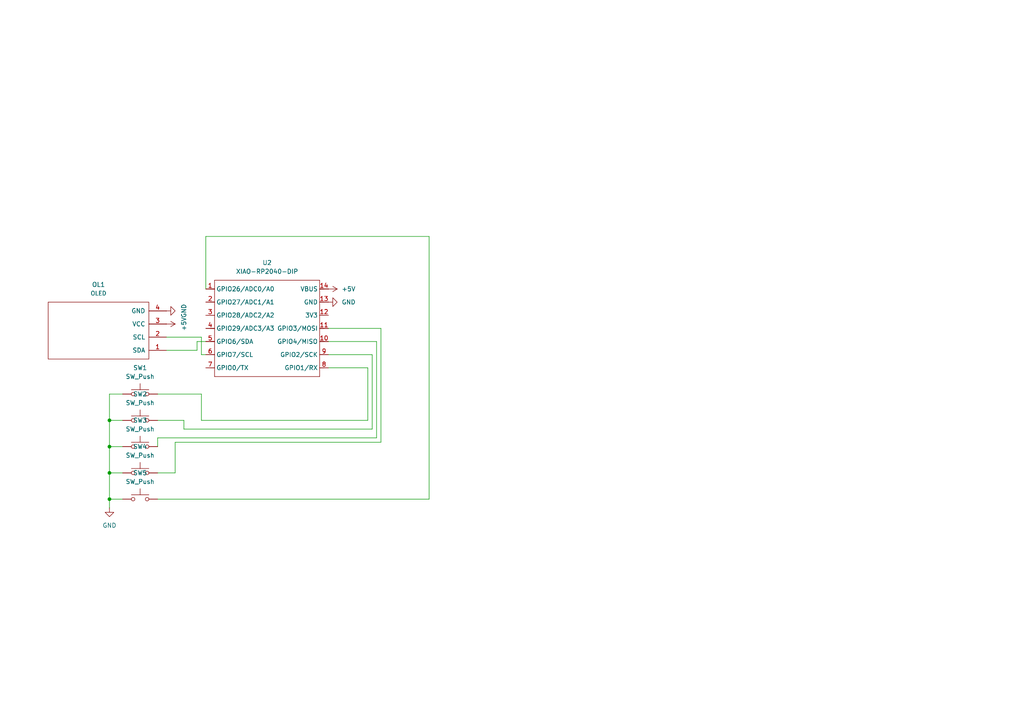
<source format=kicad_sch>
(kicad_sch
	(version 20250114)
	(generator "eeschema")
	(generator_version "9.0")
	(uuid "8e97a431-9eb8-417a-983d-863cc072c9ce")
	(paper "A4")
	(lib_symbols
		(symbol "OLED:OLED"
			(pin_names
				(offset 1.016)
			)
			(exclude_from_sim no)
			(in_bom yes)
			(on_board yes)
			(property "Reference" "OL"
				(at 0 2.54 0)
				(effects
					(font
						(size 1.2954 1.2954)
					)
				)
			)
			(property "Value" "OLED"
				(at 0 -1.27 0)
				(effects
					(font
						(size 1.1938 1.1938)
					)
				)
			)
			(property "Footprint" ""
				(at 0 2.54 0)
				(effects
					(font
						(size 1.524 1.524)
					)
					(hide yes)
				)
			)
			(property "Datasheet" ""
				(at 0 2.54 0)
				(effects
					(font
						(size 1.524 1.524)
					)
					(hide yes)
				)
			)
			(property "Description" ""
				(at 0 0 0)
				(effects
					(font
						(size 1.27 1.27)
					)
					(hide yes)
				)
			)
			(symbol "OLED_0_1"
				(rectangle
					(start -13.97 8.89)
					(end 15.24 -7.62)
					(stroke
						(width 0)
						(type solid)
					)
					(fill
						(type none)
					)
				)
			)
			(symbol "OLED_1_1"
				(pin bidirectional line
					(at -19.05 6.35 0)
					(length 5.08)
					(name "SDA"
						(effects
							(font
								(size 1.27 1.27)
							)
						)
					)
					(number "1"
						(effects
							(font
								(size 1.27 1.27)
							)
						)
					)
				)
				(pin bidirectional line
					(at -19.05 2.54 0)
					(length 5.08)
					(name "SCL"
						(effects
							(font
								(size 1.27 1.27)
							)
						)
					)
					(number "2"
						(effects
							(font
								(size 1.27 1.27)
							)
						)
					)
				)
				(pin power_in line
					(at -19.05 -1.27 0)
					(length 5.08)
					(name "VCC"
						(effects
							(font
								(size 1.27 1.27)
							)
						)
					)
					(number "3"
						(effects
							(font
								(size 1.27 1.27)
							)
						)
					)
				)
				(pin power_in line
					(at -19.05 -5.08 0)
					(length 5.08)
					(name "GND"
						(effects
							(font
								(size 1.27 1.27)
							)
						)
					)
					(number "4"
						(effects
							(font
								(size 1.27 1.27)
							)
						)
					)
				)
			)
			(embedded_fonts no)
		)
		(symbol "Seeed_Studio_XIAO_Series:XIAO-RP2040-DIP"
			(exclude_from_sim no)
			(in_bom yes)
			(on_board yes)
			(property "Reference" "U"
				(at 0 0 0)
				(effects
					(font
						(size 1.27 1.27)
					)
				)
			)
			(property "Value" "XIAO-RP2040-DIP"
				(at 5.334 -1.778 0)
				(effects
					(font
						(size 1.27 1.27)
					)
				)
			)
			(property "Footprint" "Module:MOUDLE14P-XIAO-DIP-SMD"
				(at 14.478 -32.258 0)
				(effects
					(font
						(size 1.27 1.27)
					)
					(hide yes)
				)
			)
			(property "Datasheet" ""
				(at 0 0 0)
				(effects
					(font
						(size 1.27 1.27)
					)
					(hide yes)
				)
			)
			(property "Description" ""
				(at 0 0 0)
				(effects
					(font
						(size 1.27 1.27)
					)
					(hide yes)
				)
			)
			(symbol "XIAO-RP2040-DIP_1_0"
				(polyline
					(pts
						(xy -1.27 -2.54) (xy 29.21 -2.54)
					)
					(stroke
						(width 0.1524)
						(type solid)
					)
					(fill
						(type none)
					)
				)
				(polyline
					(pts
						(xy -1.27 -5.08) (xy -2.54 -5.08)
					)
					(stroke
						(width 0.1524)
						(type solid)
					)
					(fill
						(type none)
					)
				)
				(polyline
					(pts
						(xy -1.27 -5.08) (xy -1.27 -2.54)
					)
					(stroke
						(width 0.1524)
						(type solid)
					)
					(fill
						(type none)
					)
				)
				(polyline
					(pts
						(xy -1.27 -8.89) (xy -2.54 -8.89)
					)
					(stroke
						(width 0.1524)
						(type solid)
					)
					(fill
						(type none)
					)
				)
				(polyline
					(pts
						(xy -1.27 -8.89) (xy -1.27 -5.08)
					)
					(stroke
						(width 0.1524)
						(type solid)
					)
					(fill
						(type none)
					)
				)
				(polyline
					(pts
						(xy -1.27 -12.7) (xy -2.54 -12.7)
					)
					(stroke
						(width 0.1524)
						(type solid)
					)
					(fill
						(type none)
					)
				)
				(polyline
					(pts
						(xy -1.27 -12.7) (xy -1.27 -8.89)
					)
					(stroke
						(width 0.1524)
						(type solid)
					)
					(fill
						(type none)
					)
				)
				(polyline
					(pts
						(xy -1.27 -16.51) (xy -2.54 -16.51)
					)
					(stroke
						(width 0.1524)
						(type solid)
					)
					(fill
						(type none)
					)
				)
				(polyline
					(pts
						(xy -1.27 -16.51) (xy -1.27 -12.7)
					)
					(stroke
						(width 0.1524)
						(type solid)
					)
					(fill
						(type none)
					)
				)
				(polyline
					(pts
						(xy -1.27 -20.32) (xy -2.54 -20.32)
					)
					(stroke
						(width 0.1524)
						(type solid)
					)
					(fill
						(type none)
					)
				)
				(polyline
					(pts
						(xy -1.27 -24.13) (xy -2.54 -24.13)
					)
					(stroke
						(width 0.1524)
						(type solid)
					)
					(fill
						(type none)
					)
				)
				(polyline
					(pts
						(xy -1.27 -27.94) (xy -2.54 -27.94)
					)
					(stroke
						(width 0.1524)
						(type solid)
					)
					(fill
						(type none)
					)
				)
				(polyline
					(pts
						(xy -1.27 -30.48) (xy -1.27 -16.51)
					)
					(stroke
						(width 0.1524)
						(type solid)
					)
					(fill
						(type none)
					)
				)
				(polyline
					(pts
						(xy 29.21 -2.54) (xy 29.21 -5.08)
					)
					(stroke
						(width 0.1524)
						(type solid)
					)
					(fill
						(type none)
					)
				)
				(polyline
					(pts
						(xy 29.21 -5.08) (xy 29.21 -8.89)
					)
					(stroke
						(width 0.1524)
						(type solid)
					)
					(fill
						(type none)
					)
				)
				(polyline
					(pts
						(xy 29.21 -8.89) (xy 29.21 -12.7)
					)
					(stroke
						(width 0.1524)
						(type solid)
					)
					(fill
						(type none)
					)
				)
				(polyline
					(pts
						(xy 29.21 -12.7) (xy 29.21 -30.48)
					)
					(stroke
						(width 0.1524)
						(type solid)
					)
					(fill
						(type none)
					)
				)
				(polyline
					(pts
						(xy 29.21 -30.48) (xy -1.27 -30.48)
					)
					(stroke
						(width 0.1524)
						(type solid)
					)
					(fill
						(type none)
					)
				)
				(polyline
					(pts
						(xy 30.48 -5.08) (xy 29.21 -5.08)
					)
					(stroke
						(width 0.1524)
						(type solid)
					)
					(fill
						(type none)
					)
				)
				(polyline
					(pts
						(xy 30.48 -8.89) (xy 29.21 -8.89)
					)
					(stroke
						(width 0.1524)
						(type solid)
					)
					(fill
						(type none)
					)
				)
				(polyline
					(pts
						(xy 30.48 -12.7) (xy 29.21 -12.7)
					)
					(stroke
						(width 0.1524)
						(type solid)
					)
					(fill
						(type none)
					)
				)
				(polyline
					(pts
						(xy 30.48 -16.51) (xy 29.21 -16.51)
					)
					(stroke
						(width 0.1524)
						(type solid)
					)
					(fill
						(type none)
					)
				)
				(polyline
					(pts
						(xy 30.48 -20.32) (xy 29.21 -20.32)
					)
					(stroke
						(width 0.1524)
						(type solid)
					)
					(fill
						(type none)
					)
				)
				(polyline
					(pts
						(xy 30.48 -24.13) (xy 29.21 -24.13)
					)
					(stroke
						(width 0.1524)
						(type solid)
					)
					(fill
						(type none)
					)
				)
				(polyline
					(pts
						(xy 30.48 -27.94) (xy 29.21 -27.94)
					)
					(stroke
						(width 0.1524)
						(type solid)
					)
					(fill
						(type none)
					)
				)
				(pin passive line
					(at -3.81 -5.08 0)
					(length 2.54)
					(name "GPIO26/ADC0/A0"
						(effects
							(font
								(size 1.27 1.27)
							)
						)
					)
					(number "1"
						(effects
							(font
								(size 1.27 1.27)
							)
						)
					)
				)
				(pin passive line
					(at -3.81 -8.89 0)
					(length 2.54)
					(name "GPIO27/ADC1/A1"
						(effects
							(font
								(size 1.27 1.27)
							)
						)
					)
					(number "2"
						(effects
							(font
								(size 1.27 1.27)
							)
						)
					)
				)
				(pin passive line
					(at -3.81 -12.7 0)
					(length 2.54)
					(name "GPIO28/ADC2/A2"
						(effects
							(font
								(size 1.27 1.27)
							)
						)
					)
					(number "3"
						(effects
							(font
								(size 1.27 1.27)
							)
						)
					)
				)
				(pin passive line
					(at -3.81 -16.51 0)
					(length 2.54)
					(name "GPIO29/ADC3/A3"
						(effects
							(font
								(size 1.27 1.27)
							)
						)
					)
					(number "4"
						(effects
							(font
								(size 1.27 1.27)
							)
						)
					)
				)
				(pin passive line
					(at -3.81 -20.32 0)
					(length 2.54)
					(name "GPIO6/SDA"
						(effects
							(font
								(size 1.27 1.27)
							)
						)
					)
					(number "5"
						(effects
							(font
								(size 1.27 1.27)
							)
						)
					)
				)
				(pin passive line
					(at -3.81 -24.13 0)
					(length 2.54)
					(name "GPIO7/SCL"
						(effects
							(font
								(size 1.27 1.27)
							)
						)
					)
					(number "6"
						(effects
							(font
								(size 1.27 1.27)
							)
						)
					)
				)
				(pin passive line
					(at -3.81 -27.94 0)
					(length 2.54)
					(name "GPIO0/TX"
						(effects
							(font
								(size 1.27 1.27)
							)
						)
					)
					(number "7"
						(effects
							(font
								(size 1.27 1.27)
							)
						)
					)
				)
				(pin passive line
					(at 31.75 -5.08 180)
					(length 2.54)
					(name "VBUS"
						(effects
							(font
								(size 1.27 1.27)
							)
						)
					)
					(number "14"
						(effects
							(font
								(size 1.27 1.27)
							)
						)
					)
				)
				(pin passive line
					(at 31.75 -8.89 180)
					(length 2.54)
					(name "GND"
						(effects
							(font
								(size 1.27 1.27)
							)
						)
					)
					(number "13"
						(effects
							(font
								(size 1.27 1.27)
							)
						)
					)
				)
				(pin passive line
					(at 31.75 -12.7 180)
					(length 2.54)
					(name "3V3"
						(effects
							(font
								(size 1.27 1.27)
							)
						)
					)
					(number "12"
						(effects
							(font
								(size 1.27 1.27)
							)
						)
					)
				)
				(pin passive line
					(at 31.75 -16.51 180)
					(length 2.54)
					(name "GPIO3/MOSI"
						(effects
							(font
								(size 1.27 1.27)
							)
						)
					)
					(number "11"
						(effects
							(font
								(size 1.27 1.27)
							)
						)
					)
				)
				(pin passive line
					(at 31.75 -20.32 180)
					(length 2.54)
					(name "GPIO4/MISO"
						(effects
							(font
								(size 1.27 1.27)
							)
						)
					)
					(number "10"
						(effects
							(font
								(size 1.27 1.27)
							)
						)
					)
				)
				(pin passive line
					(at 31.75 -24.13 180)
					(length 2.54)
					(name "GPIO2/SCK"
						(effects
							(font
								(size 1.27 1.27)
							)
						)
					)
					(number "9"
						(effects
							(font
								(size 1.27 1.27)
							)
						)
					)
				)
				(pin passive line
					(at 31.75 -27.94 180)
					(length 2.54)
					(name "GPIO1/RX"
						(effects
							(font
								(size 1.27 1.27)
							)
						)
					)
					(number "8"
						(effects
							(font
								(size 1.27 1.27)
							)
						)
					)
				)
			)
			(embedded_fonts no)
		)
		(symbol "Switch:SW_Push"
			(pin_numbers
				(hide yes)
			)
			(pin_names
				(offset 1.016)
				(hide yes)
			)
			(exclude_from_sim no)
			(in_bom yes)
			(on_board yes)
			(property "Reference" "SW"
				(at 1.27 2.54 0)
				(effects
					(font
						(size 1.27 1.27)
					)
					(justify left)
				)
			)
			(property "Value" "SW_Push"
				(at 0 -1.524 0)
				(effects
					(font
						(size 1.27 1.27)
					)
				)
			)
			(property "Footprint" ""
				(at 0 5.08 0)
				(effects
					(font
						(size 1.27 1.27)
					)
					(hide yes)
				)
			)
			(property "Datasheet" "~"
				(at 0 5.08 0)
				(effects
					(font
						(size 1.27 1.27)
					)
					(hide yes)
				)
			)
			(property "Description" "Push button switch, generic, two pins"
				(at 0 0 0)
				(effects
					(font
						(size 1.27 1.27)
					)
					(hide yes)
				)
			)
			(property "ki_keywords" "switch normally-open pushbutton push-button"
				(at 0 0 0)
				(effects
					(font
						(size 1.27 1.27)
					)
					(hide yes)
				)
			)
			(symbol "SW_Push_0_1"
				(circle
					(center -2.032 0)
					(radius 0.508)
					(stroke
						(width 0)
						(type default)
					)
					(fill
						(type none)
					)
				)
				(polyline
					(pts
						(xy 0 1.27) (xy 0 3.048)
					)
					(stroke
						(width 0)
						(type default)
					)
					(fill
						(type none)
					)
				)
				(circle
					(center 2.032 0)
					(radius 0.508)
					(stroke
						(width 0)
						(type default)
					)
					(fill
						(type none)
					)
				)
				(polyline
					(pts
						(xy 2.54 1.27) (xy -2.54 1.27)
					)
					(stroke
						(width 0)
						(type default)
					)
					(fill
						(type none)
					)
				)
				(pin passive line
					(at -5.08 0 0)
					(length 2.54)
					(name "1"
						(effects
							(font
								(size 1.27 1.27)
							)
						)
					)
					(number "1"
						(effects
							(font
								(size 1.27 1.27)
							)
						)
					)
				)
				(pin passive line
					(at 5.08 0 180)
					(length 2.54)
					(name "2"
						(effects
							(font
								(size 1.27 1.27)
							)
						)
					)
					(number "2"
						(effects
							(font
								(size 1.27 1.27)
							)
						)
					)
				)
			)
			(embedded_fonts no)
		)
		(symbol "power:+5V"
			(power)
			(pin_numbers
				(hide yes)
			)
			(pin_names
				(offset 0)
				(hide yes)
			)
			(exclude_from_sim no)
			(in_bom yes)
			(on_board yes)
			(property "Reference" "#PWR"
				(at 0 -3.81 0)
				(effects
					(font
						(size 1.27 1.27)
					)
					(hide yes)
				)
			)
			(property "Value" "+5V"
				(at 0 3.556 0)
				(effects
					(font
						(size 1.27 1.27)
					)
				)
			)
			(property "Footprint" ""
				(at 0 0 0)
				(effects
					(font
						(size 1.27 1.27)
					)
					(hide yes)
				)
			)
			(property "Datasheet" ""
				(at 0 0 0)
				(effects
					(font
						(size 1.27 1.27)
					)
					(hide yes)
				)
			)
			(property "Description" "Power symbol creates a global label with name \"+5V\""
				(at 0 0 0)
				(effects
					(font
						(size 1.27 1.27)
					)
					(hide yes)
				)
			)
			(property "ki_keywords" "global power"
				(at 0 0 0)
				(effects
					(font
						(size 1.27 1.27)
					)
					(hide yes)
				)
			)
			(symbol "+5V_0_1"
				(polyline
					(pts
						(xy -0.762 1.27) (xy 0 2.54)
					)
					(stroke
						(width 0)
						(type default)
					)
					(fill
						(type none)
					)
				)
				(polyline
					(pts
						(xy 0 2.54) (xy 0.762 1.27)
					)
					(stroke
						(width 0)
						(type default)
					)
					(fill
						(type none)
					)
				)
				(polyline
					(pts
						(xy 0 0) (xy 0 2.54)
					)
					(stroke
						(width 0)
						(type default)
					)
					(fill
						(type none)
					)
				)
			)
			(symbol "+5V_1_1"
				(pin power_in line
					(at 0 0 90)
					(length 0)
					(name "~"
						(effects
							(font
								(size 1.27 1.27)
							)
						)
					)
					(number "1"
						(effects
							(font
								(size 1.27 1.27)
							)
						)
					)
				)
			)
			(embedded_fonts no)
		)
		(symbol "power:GND"
			(power)
			(pin_numbers
				(hide yes)
			)
			(pin_names
				(offset 0)
				(hide yes)
			)
			(exclude_from_sim no)
			(in_bom yes)
			(on_board yes)
			(property "Reference" "#PWR"
				(at 0 -6.35 0)
				(effects
					(font
						(size 1.27 1.27)
					)
					(hide yes)
				)
			)
			(property "Value" "GND"
				(at 0 -3.81 0)
				(effects
					(font
						(size 1.27 1.27)
					)
				)
			)
			(property "Footprint" ""
				(at 0 0 0)
				(effects
					(font
						(size 1.27 1.27)
					)
					(hide yes)
				)
			)
			(property "Datasheet" ""
				(at 0 0 0)
				(effects
					(font
						(size 1.27 1.27)
					)
					(hide yes)
				)
			)
			(property "Description" "Power symbol creates a global label with name \"GND\" , ground"
				(at 0 0 0)
				(effects
					(font
						(size 1.27 1.27)
					)
					(hide yes)
				)
			)
			(property "ki_keywords" "global power"
				(at 0 0 0)
				(effects
					(font
						(size 1.27 1.27)
					)
					(hide yes)
				)
			)
			(symbol "GND_0_1"
				(polyline
					(pts
						(xy 0 0) (xy 0 -1.27) (xy 1.27 -1.27) (xy 0 -2.54) (xy -1.27 -1.27) (xy 0 -1.27)
					)
					(stroke
						(width 0)
						(type default)
					)
					(fill
						(type none)
					)
				)
			)
			(symbol "GND_1_1"
				(pin power_in line
					(at 0 0 270)
					(length 0)
					(name "~"
						(effects
							(font
								(size 1.27 1.27)
							)
						)
					)
					(number "1"
						(effects
							(font
								(size 1.27 1.27)
							)
						)
					)
				)
			)
			(embedded_fonts no)
		)
	)
	(junction
		(at 31.75 129.54)
		(diameter 0)
		(color 0 0 0 0)
		(uuid "0d994793-9a9e-4d10-baa8-28ac1885625f")
	)
	(junction
		(at 31.75 137.16)
		(diameter 0)
		(color 0 0 0 0)
		(uuid "173dbda8-a7d9-45fb-8627-1c4ec0f37f90")
	)
	(junction
		(at 31.75 144.78)
		(diameter 0)
		(color 0 0 0 0)
		(uuid "811c43bc-15fc-4647-bfce-6bb93d08a25e")
	)
	(junction
		(at 31.75 121.92)
		(diameter 0)
		(color 0 0 0 0)
		(uuid "c58da3d1-6ee3-4f67-8730-3e6935eabbae")
	)
	(wire
		(pts
			(xy 31.75 137.16) (xy 35.56 137.16)
		)
		(stroke
			(width 0)
			(type default)
		)
		(uuid "00e9d081-7370-408b-b4ae-d75fe5878a40")
	)
	(wire
		(pts
			(xy 31.75 121.92) (xy 31.75 114.3)
		)
		(stroke
			(width 0)
			(type default)
		)
		(uuid "0c575232-12d5-4a0e-9621-a2734b2e40a3")
	)
	(wire
		(pts
			(xy 58.42 97.79) (xy 58.42 102.87)
		)
		(stroke
			(width 0)
			(type default)
		)
		(uuid "1ff2f541-4da3-4ec7-9430-89cc64b52a8b")
	)
	(wire
		(pts
			(xy 58.42 102.87) (xy 59.69 102.87)
		)
		(stroke
			(width 0)
			(type default)
		)
		(uuid "2502078f-2eac-49c8-8f40-84a2d0cce22e")
	)
	(wire
		(pts
			(xy 31.75 144.78) (xy 31.75 147.32)
		)
		(stroke
			(width 0)
			(type default)
		)
		(uuid "445ac04d-efe0-4ce1-86bc-68d44fcff155")
	)
	(wire
		(pts
			(xy 48.26 101.6) (xy 57.15 101.6)
		)
		(stroke
			(width 0)
			(type default)
		)
		(uuid "45a174f6-15be-46ce-9c1e-058d515f0579")
	)
	(wire
		(pts
			(xy 50.8 137.16) (xy 50.8 128.27)
		)
		(stroke
			(width 0)
			(type default)
		)
		(uuid "49b80b17-4b3e-45df-aaeb-334bc322eeff")
	)
	(wire
		(pts
			(xy 58.42 114.3) (xy 58.42 121.92)
		)
		(stroke
			(width 0)
			(type default)
		)
		(uuid "54bef1bf-e7c3-4dbe-a0a9-a1babdc74338")
	)
	(wire
		(pts
			(xy 31.75 121.92) (xy 31.75 129.54)
		)
		(stroke
			(width 0)
			(type default)
		)
		(uuid "55d318fa-4435-4791-bec1-1ce470ddacaa")
	)
	(wire
		(pts
			(xy 45.72 121.92) (xy 53.34 121.92)
		)
		(stroke
			(width 0)
			(type default)
		)
		(uuid "5901283c-f6dc-4f51-abce-f2d757412d6d")
	)
	(wire
		(pts
			(xy 48.26 97.79) (xy 58.42 97.79)
		)
		(stroke
			(width 0)
			(type default)
		)
		(uuid "6153f5d8-e76e-4359-96cb-0bca98c86c39")
	)
	(wire
		(pts
			(xy 124.46 68.58) (xy 59.69 68.58)
		)
		(stroke
			(width 0)
			(type default)
		)
		(uuid "65fb61e9-18c2-40ac-8306-92bbbed8b3ab")
	)
	(wire
		(pts
			(xy 31.75 114.3) (xy 35.56 114.3)
		)
		(stroke
			(width 0)
			(type default)
		)
		(uuid "6937b2fc-5d02-4266-bae0-c1376e121df0")
	)
	(wire
		(pts
			(xy 53.34 124.46) (xy 107.95 124.46)
		)
		(stroke
			(width 0)
			(type default)
		)
		(uuid "6d424bfe-66ce-4092-ac48-3f38534e0a88")
	)
	(wire
		(pts
			(xy 31.75 129.54) (xy 31.75 137.16)
		)
		(stroke
			(width 0)
			(type default)
		)
		(uuid "6d45782b-cc72-4c0d-a3b3-6a08535b5773")
	)
	(wire
		(pts
			(xy 35.56 129.54) (xy 31.75 129.54)
		)
		(stroke
			(width 0)
			(type default)
		)
		(uuid "74961528-04ea-4f10-ac1c-cbbbf724b7b7")
	)
	(wire
		(pts
			(xy 57.15 101.6) (xy 57.15 99.06)
		)
		(stroke
			(width 0)
			(type default)
		)
		(uuid "74feb573-7f6c-4a67-8566-5fbe37876268")
	)
	(wire
		(pts
			(xy 58.42 121.92) (xy 106.68 121.92)
		)
		(stroke
			(width 0)
			(type default)
		)
		(uuid "76bcaeda-3adb-47c8-b453-5da552eb8332")
	)
	(wire
		(pts
			(xy 95.25 102.87) (xy 107.95 102.87)
		)
		(stroke
			(width 0)
			(type default)
		)
		(uuid "775b23e2-aacb-400b-94b8-d8748a32b18a")
	)
	(wire
		(pts
			(xy 95.25 106.68) (xy 106.68 106.68)
		)
		(stroke
			(width 0)
			(type default)
		)
		(uuid "7905d566-8822-40ef-ae4b-bf1863da19c8")
	)
	(wire
		(pts
			(xy 109.22 127) (xy 109.22 99.06)
		)
		(stroke
			(width 0)
			(type default)
		)
		(uuid "7ee719d0-2b03-4877-a2e5-28874a5e7a0f")
	)
	(wire
		(pts
			(xy 31.75 137.16) (xy 31.75 144.78)
		)
		(stroke
			(width 0)
			(type default)
		)
		(uuid "83e2e1fd-8af9-4b3b-bce4-f2fc7c8810c0")
	)
	(wire
		(pts
			(xy 124.46 144.78) (xy 124.46 68.58)
		)
		(stroke
			(width 0)
			(type default)
		)
		(uuid "9a4e7bd8-f802-41a3-896f-413c50098506")
	)
	(wire
		(pts
			(xy 45.72 144.78) (xy 124.46 144.78)
		)
		(stroke
			(width 0)
			(type default)
		)
		(uuid "9aa8c5b7-9f74-4276-9139-f7981374de29")
	)
	(wire
		(pts
			(xy 57.15 99.06) (xy 59.69 99.06)
		)
		(stroke
			(width 0)
			(type default)
		)
		(uuid "a61a5d6d-a560-4d12-b8cb-e773076d6288")
	)
	(wire
		(pts
			(xy 35.56 144.78) (xy 31.75 144.78)
		)
		(stroke
			(width 0)
			(type default)
		)
		(uuid "a9f8fbe2-e515-41a8-bc08-45970c07ef90")
	)
	(wire
		(pts
			(xy 53.34 121.92) (xy 53.34 124.46)
		)
		(stroke
			(width 0)
			(type default)
		)
		(uuid "af9a5758-0ef0-427e-9e3e-7fcdb1925613")
	)
	(wire
		(pts
			(xy 45.72 137.16) (xy 50.8 137.16)
		)
		(stroke
			(width 0)
			(type default)
		)
		(uuid "b13736c5-59ac-45a4-b5ff-12f294618dc1")
	)
	(wire
		(pts
			(xy 106.68 106.68) (xy 106.68 121.92)
		)
		(stroke
			(width 0)
			(type default)
		)
		(uuid "b622d203-c391-4bec-8bb5-b1da76c25db9")
	)
	(wire
		(pts
			(xy 45.72 129.54) (xy 45.72 127)
		)
		(stroke
			(width 0)
			(type default)
		)
		(uuid "b7d445f3-5a8a-43ec-98c9-b33cd43c3251")
	)
	(wire
		(pts
			(xy 95.25 95.25) (xy 110.49 95.25)
		)
		(stroke
			(width 0)
			(type default)
		)
		(uuid "c1dbb45c-6ec4-4ef4-8816-1084aec07e69")
	)
	(wire
		(pts
			(xy 45.72 114.3) (xy 58.42 114.3)
		)
		(stroke
			(width 0)
			(type default)
		)
		(uuid "c228606d-3ec1-4ed7-a4b0-eeae9a5fb782")
	)
	(wire
		(pts
			(xy 107.95 124.46) (xy 107.95 102.87)
		)
		(stroke
			(width 0)
			(type default)
		)
		(uuid "c45d94fa-2a2f-4f05-915c-d9f712b61829")
	)
	(wire
		(pts
			(xy 110.49 128.27) (xy 110.49 95.25)
		)
		(stroke
			(width 0)
			(type default)
		)
		(uuid "c82170a8-abda-4166-986f-ed6868368668")
	)
	(wire
		(pts
			(xy 59.69 68.58) (xy 59.69 83.82)
		)
		(stroke
			(width 0)
			(type default)
		)
		(uuid "d7bf685c-c778-4784-938f-c0665003b234")
	)
	(wire
		(pts
			(xy 50.8 128.27) (xy 110.49 128.27)
		)
		(stroke
			(width 0)
			(type default)
		)
		(uuid "dab85f99-8327-4d86-a9f0-3fab5e3116ee")
	)
	(wire
		(pts
			(xy 45.72 127) (xy 109.22 127)
		)
		(stroke
			(width 0)
			(type default)
		)
		(uuid "e743f754-0674-405f-9268-eccf1f8ed8fa")
	)
	(wire
		(pts
			(xy 95.25 99.06) (xy 109.22 99.06)
		)
		(stroke
			(width 0)
			(type default)
		)
		(uuid "eb7051bd-350a-44f7-b093-55e3586c93ea")
	)
	(wire
		(pts
			(xy 31.75 121.92) (xy 35.56 121.92)
		)
		(stroke
			(width 0)
			(type default)
		)
		(uuid "f07923b7-145e-466c-8ac1-17d7f3139053")
	)
	(symbol
		(lib_id "Switch:SW_Push")
		(at 40.64 137.16 0)
		(unit 1)
		(exclude_from_sim no)
		(in_bom yes)
		(on_board yes)
		(dnp no)
		(fields_autoplaced yes)
		(uuid "39c3413e-2654-4b7c-aa27-7ea18755f320")
		(property "Reference" "SW4"
			(at 40.64 129.54 0)
			(effects
				(font
					(size 1.27 1.27)
				)
			)
		)
		(property "Value" "SW_Push"
			(at 40.64 132.08 0)
			(effects
				(font
					(size 1.27 1.27)
				)
			)
		)
		(property "Footprint" "Button_Switch_Keyboard:SW_Cherry_MX_1.00u_PCB"
			(at 40.64 132.08 0)
			(effects
				(font
					(size 1.27 1.27)
				)
				(hide yes)
			)
		)
		(property "Datasheet" "~"
			(at 40.64 132.08 0)
			(effects
				(font
					(size 1.27 1.27)
				)
				(hide yes)
			)
		)
		(property "Description" "Push button switch, generic, two pins"
			(at 40.64 137.16 0)
			(effects
				(font
					(size 1.27 1.27)
				)
				(hide yes)
			)
		)
		(pin "2"
			(uuid "1ac3d54b-0ce2-4e76-a0c2-4d0d170b6a04")
		)
		(pin "1"
			(uuid "de35d02c-d769-4f23-a241-9a9af71858de")
		)
		(instances
			(project ""
				(path "/8e97a431-9eb8-417a-983d-863cc072c9ce"
					(reference "SW4")
					(unit 1)
				)
			)
		)
	)
	(symbol
		(lib_id "power:+5V")
		(at 95.25 83.82 270)
		(unit 1)
		(exclude_from_sim no)
		(in_bom yes)
		(on_board yes)
		(dnp no)
		(fields_autoplaced yes)
		(uuid "3b757156-130f-400b-8f7a-b4a127a3c244")
		(property "Reference" "#PWR01"
			(at 91.44 83.82 0)
			(effects
				(font
					(size 1.27 1.27)
				)
				(hide yes)
			)
		)
		(property "Value" "+5V"
			(at 99.06 83.8199 90)
			(effects
				(font
					(size 1.27 1.27)
				)
				(justify left)
			)
		)
		(property "Footprint" ""
			(at 95.25 83.82 0)
			(effects
				(font
					(size 1.27 1.27)
				)
				(hide yes)
			)
		)
		(property "Datasheet" ""
			(at 95.25 83.82 0)
			(effects
				(font
					(size 1.27 1.27)
				)
				(hide yes)
			)
		)
		(property "Description" "Power symbol creates a global label with name \"+5V\""
			(at 95.25 83.82 0)
			(effects
				(font
					(size 1.27 1.27)
				)
				(hide yes)
			)
		)
		(pin "1"
			(uuid "9e15d254-7eae-42a5-8b35-ddaaa0ba0eae")
		)
		(instances
			(project ""
				(path "/8e97a431-9eb8-417a-983d-863cc072c9ce"
					(reference "#PWR01")
					(unit 1)
				)
			)
		)
	)
	(symbol
		(lib_id "power:GND")
		(at 95.25 87.63 90)
		(unit 1)
		(exclude_from_sim no)
		(in_bom yes)
		(on_board yes)
		(dnp no)
		(fields_autoplaced yes)
		(uuid "3bd795d9-1537-4121-84f1-ecc463ffe6bf")
		(property "Reference" "#PWR02"
			(at 101.6 87.63 0)
			(effects
				(font
					(size 1.27 1.27)
				)
				(hide yes)
			)
		)
		(property "Value" "GND"
			(at 99.06 87.6299 90)
			(effects
				(font
					(size 1.27 1.27)
				)
				(justify right)
			)
		)
		(property "Footprint" ""
			(at 95.25 87.63 0)
			(effects
				(font
					(size 1.27 1.27)
				)
				(hide yes)
			)
		)
		(property "Datasheet" ""
			(at 95.25 87.63 0)
			(effects
				(font
					(size 1.27 1.27)
				)
				(hide yes)
			)
		)
		(property "Description" "Power symbol creates a global label with name \"GND\" , ground"
			(at 95.25 87.63 0)
			(effects
				(font
					(size 1.27 1.27)
				)
				(hide yes)
			)
		)
		(pin "1"
			(uuid "dc7ee08b-82e7-4489-b554-95f1c7108e4c")
		)
		(instances
			(project ""
				(path "/8e97a431-9eb8-417a-983d-863cc072c9ce"
					(reference "#PWR02")
					(unit 1)
				)
			)
		)
	)
	(symbol
		(lib_id "Switch:SW_Push")
		(at 40.64 121.92 0)
		(unit 1)
		(exclude_from_sim no)
		(in_bom yes)
		(on_board yes)
		(dnp no)
		(fields_autoplaced yes)
		(uuid "4012a138-62e6-48ac-8980-6fa28f821fef")
		(property "Reference" "SW2"
			(at 40.64 114.3 0)
			(effects
				(font
					(size 1.27 1.27)
				)
			)
		)
		(property "Value" "SW_Push"
			(at 40.64 116.84 0)
			(effects
				(font
					(size 1.27 1.27)
				)
			)
		)
		(property "Footprint" "Button_Switch_Keyboard:SW_Cherry_MX_1.00u_PCB"
			(at 40.64 116.84 0)
			(effects
				(font
					(size 1.27 1.27)
				)
				(hide yes)
			)
		)
		(property "Datasheet" "~"
			(at 40.64 116.84 0)
			(effects
				(font
					(size 1.27 1.27)
				)
				(hide yes)
			)
		)
		(property "Description" "Push button switch, generic, two pins"
			(at 40.64 121.92 0)
			(effects
				(font
					(size 1.27 1.27)
				)
				(hide yes)
			)
		)
		(pin "2"
			(uuid "c89b1c8b-a24c-4b98-a79a-1de6a2baa4d4")
		)
		(pin "1"
			(uuid "5838654f-efcb-4405-854c-78b4ffd3718f")
		)
		(instances
			(project ""
				(path "/8e97a431-9eb8-417a-983d-863cc072c9ce"
					(reference "SW2")
					(unit 1)
				)
			)
		)
	)
	(symbol
		(lib_id "power:+5V")
		(at 48.26 93.98 270)
		(unit 1)
		(exclude_from_sim no)
		(in_bom yes)
		(on_board yes)
		(dnp no)
		(fields_autoplaced yes)
		(uuid "4d4fb3e4-a62b-4914-bda1-00578bc407ae")
		(property "Reference" "#PWR04"
			(at 44.45 93.98 0)
			(effects
				(font
					(size 1.27 1.27)
				)
				(hide yes)
			)
		)
		(property "Value" "+5V"
			(at 53.34 93.98 0)
			(effects
				(font
					(size 1.27 1.27)
				)
			)
		)
		(property "Footprint" ""
			(at 48.26 93.98 0)
			(effects
				(font
					(size 1.27 1.27)
				)
				(hide yes)
			)
		)
		(property "Datasheet" ""
			(at 48.26 93.98 0)
			(effects
				(font
					(size 1.27 1.27)
				)
				(hide yes)
			)
		)
		(property "Description" "Power symbol creates a global label with name \"+5V\""
			(at 48.26 93.98 0)
			(effects
				(font
					(size 1.27 1.27)
				)
				(hide yes)
			)
		)
		(pin "1"
			(uuid "fe8da6ca-1056-4570-8742-51c48b299366")
		)
		(instances
			(project ""
				(path "/8e97a431-9eb8-417a-983d-863cc072c9ce"
					(reference "#PWR04")
					(unit 1)
				)
			)
		)
	)
	(symbol
		(lib_id "OLED:OLED")
		(at 29.21 95.25 180)
		(unit 1)
		(exclude_from_sim no)
		(in_bom yes)
		(on_board yes)
		(dnp no)
		(fields_autoplaced yes)
		(uuid "61b674a7-48d8-482b-82cf-e6bc35e7ac86")
		(property "Reference" "OL1"
			(at 28.575 82.55 0)
			(effects
				(font
					(size 1.2954 1.2954)
				)
			)
		)
		(property "Value" "OLED"
			(at 28.575 85.09 0)
			(effects
				(font
					(size 1.1938 1.1938)
				)
			)
		)
		(property "Footprint" "OLED:OLED_v2"
			(at 29.21 97.79 0)
			(effects
				(font
					(size 1.524 1.524)
				)
				(hide yes)
			)
		)
		(property "Datasheet" ""
			(at 29.21 97.79 0)
			(effects
				(font
					(size 1.524 1.524)
				)
				(hide yes)
			)
		)
		(property "Description" ""
			(at 29.21 95.25 0)
			(effects
				(font
					(size 1.27 1.27)
				)
				(hide yes)
			)
		)
		(pin "3"
			(uuid "ac78bf68-e014-419b-ab3d-53a74e98c202")
		)
		(pin "4"
			(uuid "f0b33176-1ee3-4009-ab71-45e0aacfddfd")
		)
		(pin "1"
			(uuid "6d7dee72-f22f-4579-9931-2063c64facb6")
		)
		(pin "2"
			(uuid "c8181bff-5b51-40b9-aeb2-45620e37d9f7")
		)
		(instances
			(project ""
				(path "/8e97a431-9eb8-417a-983d-863cc072c9ce"
					(reference "OL1")
					(unit 1)
				)
			)
		)
	)
	(symbol
		(lib_id "Switch:SW_Push")
		(at 40.64 144.78 0)
		(unit 1)
		(exclude_from_sim no)
		(in_bom yes)
		(on_board yes)
		(dnp no)
		(fields_autoplaced yes)
		(uuid "76388545-04c7-4c82-877c-b89262203e01")
		(property "Reference" "SW5"
			(at 40.64 137.16 0)
			(effects
				(font
					(size 1.27 1.27)
				)
			)
		)
		(property "Value" "SW_Push"
			(at 40.64 139.7 0)
			(effects
				(font
					(size 1.27 1.27)
				)
			)
		)
		(property "Footprint" "Button_Switch_Keyboard:SW_Cherry_MX_1.00u_PCB"
			(at 40.64 139.7 0)
			(effects
				(font
					(size 1.27 1.27)
				)
				(hide yes)
			)
		)
		(property "Datasheet" "~"
			(at 40.64 139.7 0)
			(effects
				(font
					(size 1.27 1.27)
				)
				(hide yes)
			)
		)
		(property "Description" "Push button switch, generic, two pins"
			(at 40.64 144.78 0)
			(effects
				(font
					(size 1.27 1.27)
				)
				(hide yes)
			)
		)
		(pin "2"
			(uuid "0af2cdfa-1410-4628-91db-00725ff258da")
		)
		(pin "1"
			(uuid "4e65f542-faa0-4a45-92cd-086a630c40f9")
		)
		(instances
			(project ""
				(path "/8e97a431-9eb8-417a-983d-863cc072c9ce"
					(reference "SW5")
					(unit 1)
				)
			)
		)
	)
	(symbol
		(lib_id "power:GND")
		(at 48.26 90.17 90)
		(unit 1)
		(exclude_from_sim no)
		(in_bom yes)
		(on_board yes)
		(dnp no)
		(fields_autoplaced yes)
		(uuid "a5430e6e-e978-4053-8403-442ed0489f2a")
		(property "Reference" "#PWR05"
			(at 54.61 90.17 0)
			(effects
				(font
					(size 1.27 1.27)
				)
				(hide yes)
			)
		)
		(property "Value" "GND"
			(at 53.34 90.17 0)
			(effects
				(font
					(size 1.27 1.27)
				)
			)
		)
		(property "Footprint" ""
			(at 48.26 90.17 0)
			(effects
				(font
					(size 1.27 1.27)
				)
				(hide yes)
			)
		)
		(property "Datasheet" ""
			(at 48.26 90.17 0)
			(effects
				(font
					(size 1.27 1.27)
				)
				(hide yes)
			)
		)
		(property "Description" "Power symbol creates a global label with name \"GND\" , ground"
			(at 48.26 90.17 0)
			(effects
				(font
					(size 1.27 1.27)
				)
				(hide yes)
			)
		)
		(pin "1"
			(uuid "c4e32f09-217b-432d-b612-4aad65611361")
		)
		(instances
			(project ""
				(path "/8e97a431-9eb8-417a-983d-863cc072c9ce"
					(reference "#PWR05")
					(unit 1)
				)
			)
		)
	)
	(symbol
		(lib_id "Switch:SW_Push")
		(at 40.64 129.54 0)
		(unit 1)
		(exclude_from_sim no)
		(in_bom yes)
		(on_board yes)
		(dnp no)
		(fields_autoplaced yes)
		(uuid "c2b87b9f-9491-4f1a-b979-e6f46d5e327a")
		(property "Reference" "SW3"
			(at 40.64 121.92 0)
			(effects
				(font
					(size 1.27 1.27)
				)
			)
		)
		(property "Value" "SW_Push"
			(at 40.64 124.46 0)
			(effects
				(font
					(size 1.27 1.27)
				)
			)
		)
		(property "Footprint" "Button_Switch_Keyboard:SW_Cherry_MX_1.00u_PCB"
			(at 40.64 124.46 0)
			(effects
				(font
					(size 1.27 1.27)
				)
				(hide yes)
			)
		)
		(property "Datasheet" "~"
			(at 40.64 124.46 0)
			(effects
				(font
					(size 1.27 1.27)
				)
				(hide yes)
			)
		)
		(property "Description" "Push button switch, generic, two pins"
			(at 40.64 129.54 0)
			(effects
				(font
					(size 1.27 1.27)
				)
				(hide yes)
			)
		)
		(pin "2"
			(uuid "c19b8f05-932e-4cf7-88f3-183cc53e7f29")
		)
		(pin "1"
			(uuid "01a0b2f4-6478-44cc-ae6c-8902d550fe3a")
		)
		(instances
			(project ""
				(path "/8e97a431-9eb8-417a-983d-863cc072c9ce"
					(reference "SW3")
					(unit 1)
				)
			)
		)
	)
	(symbol
		(lib_id "Switch:SW_Push")
		(at 40.64 114.3 0)
		(unit 1)
		(exclude_from_sim no)
		(in_bom yes)
		(on_board yes)
		(dnp no)
		(fields_autoplaced yes)
		(uuid "ea66b805-c6ac-413b-a813-d90b70344597")
		(property "Reference" "SW1"
			(at 40.64 106.68 0)
			(effects
				(font
					(size 1.27 1.27)
				)
			)
		)
		(property "Value" "SW_Push"
			(at 40.64 109.22 0)
			(effects
				(font
					(size 1.27 1.27)
				)
			)
		)
		(property "Footprint" "Button_Switch_Keyboard:SW_Cherry_MX_1.00u_PCB"
			(at 40.64 109.22 0)
			(effects
				(font
					(size 1.27 1.27)
				)
				(hide yes)
			)
		)
		(property "Datasheet" "~"
			(at 40.64 109.22 0)
			(effects
				(font
					(size 1.27 1.27)
				)
				(hide yes)
			)
		)
		(property "Description" "Push button switch, generic, two pins"
			(at 40.64 114.3 0)
			(effects
				(font
					(size 1.27 1.27)
				)
				(hide yes)
			)
		)
		(pin "2"
			(uuid "e7692805-6991-4907-a21a-56f6dc31ef47")
		)
		(pin "1"
			(uuid "6d836394-5524-471b-be46-773ef6e2b6d6")
		)
		(instances
			(project ""
				(path "/8e97a431-9eb8-417a-983d-863cc072c9ce"
					(reference "SW1")
					(unit 1)
				)
			)
		)
	)
	(symbol
		(lib_id "Seeed_Studio_XIAO_Series:XIAO-RP2040-DIP")
		(at 63.5 78.74 0)
		(unit 1)
		(exclude_from_sim no)
		(in_bom yes)
		(on_board yes)
		(dnp no)
		(fields_autoplaced yes)
		(uuid "f1fde138-0569-4684-bafa-821be9c0b29c")
		(property "Reference" "U2"
			(at 77.47 76.2 0)
			(effects
				(font
					(size 1.27 1.27)
				)
			)
		)
		(property "Value" "XIAO-RP2040-DIP"
			(at 77.47 78.74 0)
			(effects
				(font
					(size 1.27 1.27)
				)
			)
		)
		(property "Footprint" "OPL:XIAO-RP2040-DIP"
			(at 77.978 110.998 0)
			(effects
				(font
					(size 1.27 1.27)
				)
				(hide yes)
			)
		)
		(property "Datasheet" ""
			(at 63.5 78.74 0)
			(effects
				(font
					(size 1.27 1.27)
				)
				(hide yes)
			)
		)
		(property "Description" ""
			(at 63.5 78.74 0)
			(effects
				(font
					(size 1.27 1.27)
				)
				(hide yes)
			)
		)
		(pin "12"
			(uuid "99c64eb6-3aae-4d08-a5fa-b0bbd2aff744")
		)
		(pin "8"
			(uuid "4b4f8982-8005-472a-8c22-2b316208b681")
		)
		(pin "13"
			(uuid "d3a9f909-9e98-403f-a290-1ae39fc9afb4")
		)
		(pin "7"
			(uuid "c44923ba-2304-495c-bfc2-1eb9a47660a4")
		)
		(pin "1"
			(uuid "84cf39a9-eda8-4faf-b1a3-22def1220dc6")
		)
		(pin "2"
			(uuid "d38144ce-9484-4ca9-a8a4-a4a463060593")
		)
		(pin "3"
			(uuid "db8d6a78-87a2-401d-af18-bc723c93d2c3")
		)
		(pin "5"
			(uuid "988d114c-7e0b-4a8c-a15b-93bc99e179fb")
		)
		(pin "6"
			(uuid "9f7f8729-e5fc-4ac4-ad75-14873cec9f26")
		)
		(pin "4"
			(uuid "e2162f35-527b-40d3-a5bf-75a31e7a4e97")
		)
		(pin "14"
			(uuid "e7cc4e32-bcb2-4e91-b9a0-0071a681f7ad")
		)
		(pin "11"
			(uuid "b4619e1e-3731-4d7e-a0e8-1a04e6041fae")
		)
		(pin "10"
			(uuid "aaadfc5c-e510-4c9d-aa99-41313366d670")
		)
		(pin "9"
			(uuid "701f648b-3165-44fe-b3da-3ef167deb064")
		)
		(instances
			(project ""
				(path "/8e97a431-9eb8-417a-983d-863cc072c9ce"
					(reference "U2")
					(unit 1)
				)
			)
		)
	)
	(symbol
		(lib_id "power:GND")
		(at 31.75 147.32 0)
		(unit 1)
		(exclude_from_sim no)
		(in_bom yes)
		(on_board yes)
		(dnp no)
		(fields_autoplaced yes)
		(uuid "f91cb658-c62b-4d9d-9939-bb33773c0a07")
		(property "Reference" "#PWR03"
			(at 31.75 153.67 0)
			(effects
				(font
					(size 1.27 1.27)
				)
				(hide yes)
			)
		)
		(property "Value" "GND"
			(at 31.75 152.4 0)
			(effects
				(font
					(size 1.27 1.27)
				)
			)
		)
		(property "Footprint" ""
			(at 31.75 147.32 0)
			(effects
				(font
					(size 1.27 1.27)
				)
				(hide yes)
			)
		)
		(property "Datasheet" ""
			(at 31.75 147.32 0)
			(effects
				(font
					(size 1.27 1.27)
				)
				(hide yes)
			)
		)
		(property "Description" "Power symbol creates a global label with name \"GND\" , ground"
			(at 31.75 147.32 0)
			(effects
				(font
					(size 1.27 1.27)
				)
				(hide yes)
			)
		)
		(pin "1"
			(uuid "8fc1af44-018e-4241-9389-83f0c627bb4e")
		)
		(instances
			(project ""
				(path "/8e97a431-9eb8-417a-983d-863cc072c9ce"
					(reference "#PWR03")
					(unit 1)
				)
			)
		)
	)
	(sheet_instances
		(path "/"
			(page "1")
		)
	)
	(embedded_fonts no)
)

</source>
